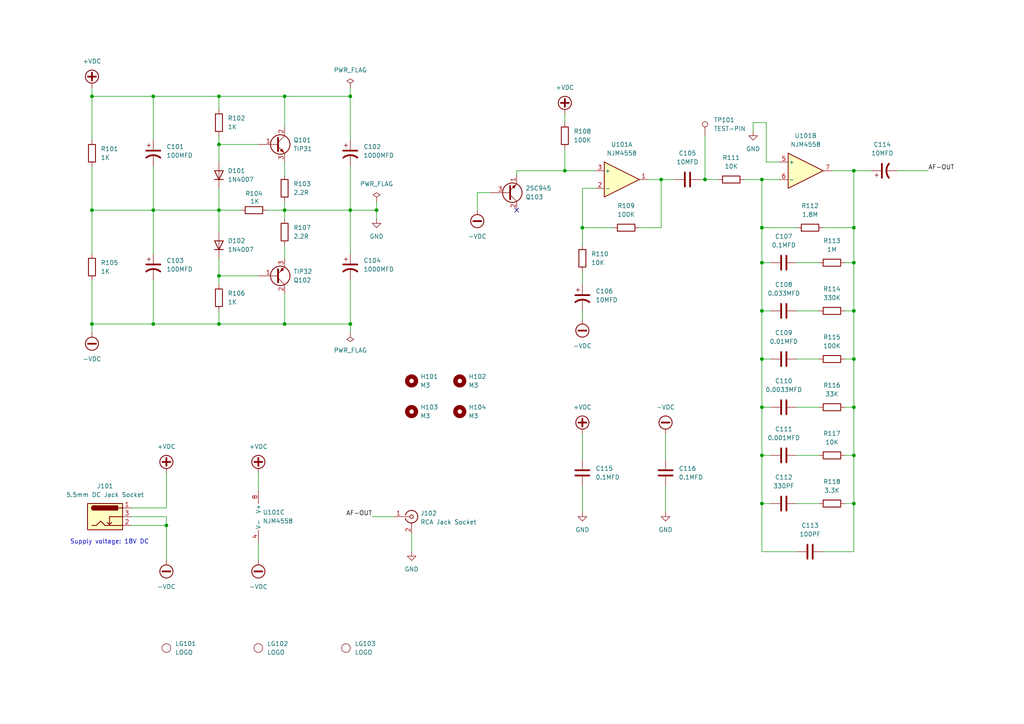
<source format=kicad_sch>
(kicad_sch (version 20231120) (generator "eeschema") (generator_version "8.0")
  (paper "A4")
  (title_block (title "Pink Noise Generator") (date "2024-12-28") (rev "1.0.0") (company "Simtelic") (comment 1 "https://simtelic.com/product/pink-noise-generator") (comment 2 "https://github.com/simtelic/lab0002-pink-noise-generator") (comment 3 "Designed for Simtelic by Simtelic Lab"))
  (lib_symbols
    (symbol "Amplifier_Operational:NJM4558" (pin_names (offset 0.127))
      (property "Reference" "U" (at 0 5.08 0))
      (property "Value" "NJM4558" (at 0 -5.08 0))
      (symbol "NJM4558_1_1"
        (polyline (pts (xy -5.08 5.08) (xy 5.08 0) (xy -5.08 -5.08) (xy -5.08 5.08)) (stroke (width 0.254)) (fill (type background)))
        (pin output line (at 7.62 0 180) (length 2.54) (name "~") (number "1"))
        (pin input line (at -7.62 -2.54 0) (length 2.54) (name "-") (number "2"))
        (pin input line (at -7.62 2.54 0) (length 2.54) (name "+") (number "3"))
      )
      (symbol "NJM4558_2_1"
        (polyline (pts (xy -5.08 5.08) (xy 5.08 0) (xy -5.08 -5.08) (xy -5.08 5.08)) (stroke (width 0.254)) (fill (type background)))
        (pin input line (at -7.62 2.54 0) (length 2.54) (name "+") (number "5"))
        (pin input line (at -7.62 -2.54 0) (length 2.54) (name "-") (number "6"))
        (pin output line (at 7.62 0 180) (length 2.54) (name "~") (number "7"))
      )
      (symbol "NJM4558_3_1"
        (pin power_in line (at -2.54 -7.62 90) (length 3.81) (name "V-") (number "4"))
        (pin power_in line (at -2.54 7.62 270) (length 3.81) (name "V+") (number "8"))
      )
    )
    (symbol "Connector:Barrel_Jack_Switch" (pin_names hide)
      (property "Reference" "J" (at 0 5.334 0))
      (property "Value" "Barrel_Jack_Switch" (at 0 -5.08 0))
      (symbol "Barrel_Jack_Switch_0_1"
        (rectangle (start -5.08 3.81) (end 5.08 -3.81) (stroke (width 0.254)) (fill (type background)))
        (arc (start -3.302 3.175) (mid -3.9343 2.54) (end -3.302 1.905) (stroke (width 0.254)))
        (arc (start -3.302 3.175) (mid -3.9343 2.54) (end -3.302 1.905) (stroke (width 0.254)) (fill (type outline)))
        (polyline (pts (xy 1.27 -2.286) (xy 1.905 -1.651)) (stroke (width 0.254)))
        (polyline (pts (xy 5.08 2.54) (xy 3.81 2.54)) (stroke (width 0.254)))
        (polyline (pts (xy 5.08 0) (xy 1.27 0) (xy 1.27 -2.286) (xy 0.635 -1.651)) (stroke (width 0.254)))
        (polyline (pts (xy -3.81 -2.54) (xy -2.54 -2.54) (xy -1.27 -1.27) (xy 0 -2.54) (xy 2.54 -2.54) (xy 5.08 -2.54)) (stroke (width 0.254)))
        (rectangle (start 3.683 3.175) (end -3.302 1.905) (stroke (width 0.254)) (fill (type outline)))
      )
      (symbol "Barrel_Jack_Switch_1_1"
        (pin passive line (at 7.62 2.54 180) (length 2.54) (name "~") (number "1"))
        (pin passive line (at 7.62 -2.54 180) (length 2.54) (name "~") (number "2"))
        (pin passive line (at 7.62 0 180) (length 2.54) (name "~") (number "3"))
      )
    )
    (symbol "Connector:Conn_Coaxial" (pin_names (offset 1.016) hide)
      (property "Reference" "J" (at 0.254 3.048 0))
      (property "Value" "Conn_Coaxial" (at 2.921 0 90))
      (symbol "Conn_Coaxial_0_1"
        (arc (start -1.778 -0.508) (mid 0.2311 -1.8066) (end 1.778 0) (stroke (width 0.254)))
        (polyline (pts (xy -2.54 0) (xy -0.508 0)))
        (polyline (pts (xy 0 -2.54) (xy 0 -1.778)))
        (circle (center 0 0) (radius 0.508) (stroke (width 0.2032)))
        (arc (start 1.778 0) (mid 0.2099 1.8101) (end -1.778 0.508) (stroke (width 0.254)))
      )
      (symbol "Conn_Coaxial_1_1"
        (pin passive line (at -5.08 0 0) (length 2.54) (name "In") (number "1"))
        (pin passive line (at 0 -5.08 90) (length 2.54) (name "Ext") (number "2"))
      )
    )
    (symbol "Connector:TestPoint" (pin_numbers hide) (pin_names (offset 0.762) hide)
      (property "Reference" "TP" (at 0 6.858 0))
      (property "Value" "TestPoint" (at 0 5.08 0))
      (symbol "TestPoint_0_1"
        (circle (center 0 3.302) (radius 0.762))
      )
      (symbol "TestPoint_1_1"
        (pin passive line (at 0 0 90) (length 2.54) (name "1") (number "1"))
      )
    )
    (symbol "Device:C" (pin_numbers hide) (pin_names (offset 0.254))
      (property "Reference" "C" (at 0.635 2.54 0))
      (property "Value" "C" (at 0.635 -2.54 0))
      (symbol "C_0_1"
        (polyline (pts (xy -2.032 -0.762) (xy 2.032 -0.762)) (stroke (width 0.508)))
        (polyline (pts (xy -2.032 0.762) (xy 2.032 0.762)) (stroke (width 0.508)))
      )
      (symbol "C_1_1"
        (pin passive line (at 0 3.81 270) (length 2.794) (name "~") (number "1"))
        (pin passive line (at 0 -3.81 90) (length 2.794) (name "~") (number "2"))
      )
    )
    (symbol "Device:C_Polarized_US" (pin_numbers hide) (pin_names (offset 0.254) hide)
      (property "Reference" "C" (at 0.635 2.54 0))
      (property "Value" "C_Polarized_US" (at 0.635 -2.54 0))
      (symbol "C_Polarized_US_0_1"
        (polyline (pts (xy -2.032 0.762) (xy 2.032 0.762)) (stroke (width 0.508)))
        (polyline (pts (xy -1.778 2.286) (xy -0.762 2.286)))
        (polyline (pts (xy -1.27 1.778) (xy -1.27 2.794)))
        (arc (start 2.032 -1.27) (mid 0 -0.5572) (end -2.032 -1.27) (stroke (width 0.508)))
      )
      (symbol "C_Polarized_US_1_1"
        (pin passive line (at 0 3.81 270) (length 2.794) (name "~") (number "1"))
        (pin passive line (at 0 -3.81 90) (length 3.302) (name "~") (number "2"))
      )
    )
    (symbol "Device:D" (pin_numbers hide) (pin_names (offset 1.016) hide)
      (property "Reference" "D" (at 0 2.54 0))
      (property "Value" "D" (at 0 -2.54 0))
      (symbol "D_0_1"
        (polyline (pts (xy -1.27 1.27) (xy -1.27 -1.27)) (stroke (width 0.254)))
        (polyline (pts (xy 1.27 0) (xy -1.27 0)))
        (polyline (pts (xy 1.27 1.27) (xy 1.27 -1.27) (xy -1.27 0) (xy 1.27 1.27)) (stroke (width 0.254)))
      )
      (symbol "D_1_1"
        (pin passive line (at -3.81 0 0) (length 2.54) (name "K") (number "1"))
        (pin passive line (at 3.81 0 180) (length 2.54) (name "A") (number "2"))
      )
    )
    (symbol "Device:Q_NPN_BCE" (pin_names (offset 0) hide)
      (property "Reference" "Q" (at 5.08 1.27 0))
      (property "Value" "Q_NPN_BCE" (at 5.08 -1.27 0))
      (symbol "Q_NPN_BCE_0_1"
        (polyline (pts (xy 0.635 0.635) (xy 2.54 2.54)))
        (polyline (pts (xy 0.635 -0.635) (xy 2.54 -2.54) (xy 2.54 -2.54)))
        (polyline (pts (xy 0.635 1.905) (xy 0.635 -1.905) (xy 0.635 -1.905)) (stroke (width 0.508)))
        (polyline (pts (xy 1.27 -1.778) (xy 1.778 -1.27) (xy 2.286 -2.286) (xy 1.27 -1.778) (xy 1.27 -1.778)) (fill (type outline)))
        (circle (center 1.27 0) (radius 2.8194) (stroke (width 0.254)))
      )
      (symbol "Q_NPN_BCE_1_1"
        (pin input line (at -5.08 0 0) (length 5.715) (name "B") (number "1"))
        (pin passive line (at 2.54 5.08 270) (length 2.54) (name "C") (number "2"))
        (pin passive line (at 2.54 -5.08 90) (length 2.54) (name "E") (number "3"))
      )
    )
    (symbol "Device:Q_NPN_ECB" (pin_names (offset 0) hide)
      (property "Reference" "Q" (at 5.08 1.27 0))
      (property "Value" "Q_NPN_ECB" (at 5.08 -1.27 0))
      (symbol "Q_NPN_ECB_0_1"
        (polyline (pts (xy 0.635 0.635) (xy 2.54 2.54)))
        (polyline (pts (xy 0.635 -0.635) (xy 2.54 -2.54) (xy 2.54 -2.54)))
        (polyline (pts (xy 0.635 1.905) (xy 0.635 -1.905) (xy 0.635 -1.905)) (stroke (width 0.508)))
        (polyline (pts (xy 1.27 -1.778) (xy 1.778 -1.27) (xy 2.286 -2.286) (xy 1.27 -1.778) (xy 1.27 -1.778)) (fill (type outline)))
        (circle (center 1.27 0) (radius 2.8194) (stroke (width 0.254)))
      )
      (symbol "Q_NPN_ECB_1_1"
        (pin passive line (at 2.54 -5.08 90) (length 2.54) (name "E") (number "1"))
        (pin passive line (at 2.54 5.08 270) (length 2.54) (name "C") (number "2"))
        (pin passive line (at -5.08 0 0) (length 5.715) (name "B") (number "3"))
      )
    )
    (symbol "Device:Q_PNP_BCE" (pin_names (offset 0) hide)
      (property "Reference" "Q" (at 5.08 1.27 0))
      (property "Value" "Q_PNP_BCE" (at 5.08 -1.27 0))
      (symbol "Q_PNP_BCE_0_1"
        (polyline (pts (xy 0.635 0.635) (xy 2.54 2.54)))
        (polyline (pts (xy 0.635 -0.635) (xy 2.54 -2.54) (xy 2.54 -2.54)))
        (polyline (pts (xy 0.635 1.905) (xy 0.635 -1.905) (xy 0.635 -1.905)) (stroke (width 0.508)))
        (polyline (pts (xy 2.286 -1.778) (xy 1.778 -2.286) (xy 1.27 -1.27) (xy 2.286 -1.778) (xy 2.286 -1.778)) (fill (type outline)))
        (circle (center 1.27 0) (radius 2.8194) (stroke (width 0.254)))
      )
      (symbol "Q_PNP_BCE_1_1"
        (pin input line (at -5.08 0 0) (length 5.715) (name "B") (number "1"))
        (pin passive line (at 2.54 5.08 270) (length 2.54) (name "C") (number "2"))
        (pin passive line (at 2.54 -5.08 90) (length 2.54) (name "E") (number "3"))
      )
    )
    (symbol "Device:R" (pin_numbers hide) (pin_names (offset 0))
      (property "Reference" "R" (at 2.032 0 90))
      (property "Value" "R" (at 0 0 90))
      (symbol "R_0_1"
        (rectangle (start -1.016 -2.54) (end 1.016 2.54) (stroke (width 0.254)))
      )
      (symbol "R_1_1"
        (pin passive line (at 0 3.81 270) (length 1.27) (name "~") (number "1"))
        (pin passive line (at 0 -3.81 90) (length 1.27) (name "~") (number "2"))
      )
    )
    (symbol "Mechanical:MountingHole" (pin_names (offset 1.016)) (exclude_from_sim yes) (in_bom no)
      (property "Reference" "H" (at 0 5.08 0))
      (property "Value" "MountingHole" (at 0 3.175 0))
      (symbol "MountingHole_0_1"
        (circle (center 0 0) (radius 1.27) (stroke (width 1.27)))
      )
    )
    (symbol "Simtelic:LOGO" (pin_numbers hide) (pin_names (offset 0) hide)
      (property "Reference" "LG" (at 0 -3.175 0))
      (property "Value" "LOGO" (at 0 3.175 0))
      (symbol "LOGO_0_1"
        (circle (center 0 0) (radius 1.27))
      )
    )
    (symbol "power:+VDC" (power) (pin_numbers hide) (pin_names (offset 0) hide)
      (property "Value" "+VDC" (at 0 6.35 0))
      (symbol "+VDC_0_1"
        (polyline (pts (xy -1.143 3.175) (xy 1.143 3.175)) (stroke (width 0.508)))
        (polyline (pts (xy 0 0) (xy 0 1.27)))
        (polyline (pts (xy 0 2.032) (xy 0 4.318)) (stroke (width 0.508)))
        (circle (center 0 3.175) (radius 1.905) (stroke (width 0.254)))
      )
      (symbol "+VDC_1_1"
        (pin power_in line (at 0 0 90) (length 0) (name "~") (number "1"))
      )
    )
    (symbol "power:-VDC" (power) (pin_numbers hide) (pin_names (offset 0) hide)
      (property "Value" "-VDC" (at 0 6.35 0))
      (symbol "-VDC_0_1"
        (polyline (pts (xy -1.143 3.175) (xy 1.143 3.175)) (stroke (width 0.508)))
        (polyline (pts (xy 0 0) (xy 0 1.27)))
        (circle (center 0 3.175) (radius 1.905) (stroke (width 0.254)))
      )
      (symbol "-VDC_1_1"
        (pin power_in line (at 0 0 90) (length 0) (name "~") (number "1"))
      )
    )
    (symbol "power:GND" (power) (pin_numbers hide) (pin_names (offset 0) hide)
      (property "Value" "GND" (at 0 -3.81 0))
      (symbol "GND_0_1"
        (polyline (pts (xy 0 0) (xy 0 -1.27) (xy 1.27 -1.27) (xy 0 -2.54) (xy -1.27 -1.27) (xy 0 -1.27)))
      )
      (symbol "GND_1_1"
        (pin power_in line (at 0 0 270) (length 0) (name "~") (number "1"))
      )
    )
    (symbol "power:PWR_FLAG" (power) (pin_numbers hide) (pin_names (offset 0) hide)
      (property "Value" "PWR_FLAG" (at 0 3.81 0))
      (symbol "PWR_FLAG_0_0"
        (pin power_out line (at 0 0 90) (length 0) (name "~") (number "1"))
      )
      (symbol "PWR_FLAG_0_1"
        (polyline (pts (xy 0 0) (xy 0 1.27) (xy -1.016 1.905) (xy 0 2.54) (xy 1.016 1.905) (xy 0 1.27)))
      )
    )
  )
  (junction (at 220.98 52.07))
  (junction (at 204.47 52.07))
  (junction (at 44.45 27.94))
  (junction (at 82.55 27.94))
  (junction (at 220.98 104.14))
  (junction (at 220.98 132.08))
  (junction (at 247.65 49.53))
  (junction (at 247.65 90.17))
  (junction (at 247.65 118.11))
  (junction (at 109.22 60.96))
  (junction (at 26.67 27.94))
  (junction (at 220.98 90.17))
  (junction (at 220.98 118.11))
  (junction (at 63.5 60.96))
  (junction (at 247.65 76.2))
  (junction (at 220.98 146.05))
  (junction (at 26.67 93.98))
  (junction (at 191.77 52.07))
  (junction (at 220.98 66.04))
  (junction (at 63.5 93.98))
  (junction (at 82.55 60.96))
  (junction (at 101.6 93.98))
  (junction (at 247.65 146.05))
  (junction (at 82.55 93.98))
  (junction (at 63.5 27.94))
  (junction (at 247.65 132.08))
  (junction (at 168.91 66.04))
  (junction (at 44.45 60.96))
  (junction (at 247.65 66.04))
  (junction (at 63.5 80.01))
  (junction (at 26.67 60.96))
  (junction (at 101.6 27.94))
  (junction (at 247.65 104.14))
  (junction (at 48.26 152.4))
  (junction (at 220.98 76.2))
  (junction (at 163.83 49.53))
  (junction (at 63.5 41.91))
  (junction (at 101.6 60.96))
  (junction (at 44.45 93.98))
  (no_connect (at 149.86 60.96))
  (wire (pts (xy 63.5 60.96) (xy 44.45 60.96)))
  (wire (pts (xy 163.83 33.02) (xy 163.83 35.56)))
  (wire (pts (xy 226.06 46.99) (xy 222.25 46.99)))
  (wire (pts (xy 107.95 149.86) (xy 114.3 149.86)))
  (wire (pts (xy 63.5 41.91) (xy 63.5 46.99)))
  (wire (pts (xy 119.38 154.94) (xy 119.38 160.02)))
  (wire (pts (xy 63.5 74.93) (xy 63.5 80.01)))
  (wire (pts (xy 247.65 49.53) (xy 241.3 49.53)))
  (wire (pts (xy 172.72 54.61) (xy 168.91 54.61)))
  (wire (pts (xy 101.6 27.94) (xy 101.6 40.64)))
  (wire (pts (xy 231.14 146.05) (xy 237.49 146.05)))
  (wire (pts (xy 222.25 35.56) (xy 218.44 35.56)))
  (wire (pts (xy 223.52 146.05) (xy 220.98 146.05)))
  (wire (pts (xy 26.67 48.26) (xy 26.67 60.96)))
  (wire (pts (xy 220.98 104.14) (xy 220.98 118.11)))
  (wire (pts (xy 74.93 157.48) (xy 74.93 162.56)))
  (wire (pts (xy 138.43 55.88) (xy 138.43 60.96)))
  (wire (pts (xy 44.45 93.98) (xy 63.5 93.98)))
  (wire (pts (xy 26.67 25.4) (xy 26.67 27.94)))
  (wire (pts (xy 63.5 93.98) (xy 82.55 93.98)))
  (wire (pts (xy 231.14 118.11) (xy 237.49 118.11)))
  (wire (pts (xy 204.47 52.07) (xy 208.28 52.07)))
  (wire (pts (xy 220.98 76.2) (xy 220.98 66.04)))
  (wire (pts (xy 38.1 147.32) (xy 48.26 147.32)))
  (wire (pts (xy 101.6 81.28) (xy 101.6 93.98)))
  (wire (pts (xy 26.67 60.96) (xy 26.67 73.66)))
  (wire (pts (xy 63.5 60.96) (xy 69.85 60.96)))
  (wire (pts (xy 26.67 27.94) (xy 44.45 27.94)))
  (wire (pts (xy 223.52 118.11) (xy 220.98 118.11)))
  (wire (pts (xy 26.67 93.98) (xy 26.67 96.52)))
  (wire (pts (xy 63.5 54.61) (xy 63.5 60.96)))
  (wire (pts (xy 163.83 49.53) (xy 163.83 43.18)))
  (wire (pts (xy 63.5 90.17) (xy 63.5 93.98)))
  (wire (pts (xy 191.77 52.07) (xy 187.96 52.07)))
  (wire (pts (xy 63.5 41.91) (xy 74.93 41.91)))
  (wire (pts (xy 247.65 76.2) (xy 247.65 66.04)))
  (wire (pts (xy 245.11 118.11) (xy 247.65 118.11)))
  (wire (pts (xy 74.93 137.16) (xy 74.93 142.24)))
  (wire (pts (xy 168.91 78.74) (xy 168.91 82.55)))
  (wire (pts (xy 82.55 60.96) (xy 82.55 63.5)))
  (wire (pts (xy 247.65 90.17) (xy 247.65 104.14)))
  (wire (pts (xy 238.76 160.02) (xy 247.65 160.02)))
  (wire (pts (xy 26.67 93.98) (xy 44.45 93.98)))
  (wire (pts (xy 109.22 58.42) (xy 109.22 60.96)))
  (wire (pts (xy 168.91 140.97) (xy 168.91 148.59)))
  (wire (pts (xy 26.67 81.28) (xy 26.67 93.98)))
  (wire (pts (xy 168.91 54.61) (xy 168.91 66.04)))
  (wire (pts (xy 82.55 27.94) (xy 101.6 27.94)))
  (wire (pts (xy 245.11 146.05) (xy 247.65 146.05)))
  (wire (pts (xy 223.52 90.17) (xy 220.98 90.17)))
  (wire (pts (xy 172.72 49.53) (xy 163.83 49.53)))
  (wire (pts (xy 63.5 60.96) (xy 63.5 67.31)))
  (wire (pts (xy 101.6 93.98) (xy 101.6 96.52)))
  (wire (pts (xy 44.45 48.26) (xy 44.45 60.96)))
  (wire (pts (xy 48.26 149.86) (xy 48.26 152.4)))
  (wire (pts (xy 63.5 80.01) (xy 63.5 82.55)))
  (wire (pts (xy 247.65 66.04) (xy 247.65 49.53)))
  (wire (pts (xy 163.83 49.53) (xy 149.86 49.53)))
  (wire (pts (xy 82.55 93.98) (xy 82.55 85.09)))
  (wire (pts (xy 77.47 60.96) (xy 82.55 60.96)))
  (wire (pts (xy 82.55 58.42) (xy 82.55 60.96)))
  (wire (pts (xy 63.5 39.37) (xy 63.5 41.91)))
  (wire (pts (xy 82.55 36.83) (xy 82.55 27.94)))
  (wire (pts (xy 238.76 66.04) (xy 247.65 66.04)))
  (wire (pts (xy 231.14 66.04) (xy 220.98 66.04)))
  (wire (pts (xy 44.45 27.94) (xy 63.5 27.94)))
  (wire (pts (xy 220.98 76.2) (xy 220.98 90.17)))
  (wire (pts (xy 48.26 147.32) (xy 48.26 137.16)))
  (wire (pts (xy 101.6 48.26) (xy 101.6 60.96)))
  (wire (pts (xy 231.14 104.14) (xy 237.49 104.14)))
  (wire (pts (xy 218.44 35.56) (xy 218.44 38.1)))
  (wire (pts (xy 223.52 132.08) (xy 220.98 132.08)))
  (wire (pts (xy 223.52 104.14) (xy 220.98 104.14)))
  (wire (pts (xy 101.6 25.4) (xy 101.6 27.94)))
  (wire (pts (xy 168.91 90.17) (xy 168.91 92.71)))
  (wire (pts (xy 82.55 46.99) (xy 82.55 50.8)))
  (wire (pts (xy 101.6 60.96) (xy 82.55 60.96)))
  (wire (pts (xy 191.77 66.04) (xy 191.77 52.07)))
  (wire (pts (xy 245.11 76.2) (xy 247.65 76.2)))
  (wire (pts (xy 168.91 66.04) (xy 177.8 66.04)))
  (wire (pts (xy 220.98 146.05) (xy 220.98 160.02)))
  (wire (pts (xy 245.11 90.17) (xy 247.65 90.17)))
  (wire (pts (xy 191.77 52.07) (xy 195.58 52.07)))
  (wire (pts (xy 231.14 132.08) (xy 237.49 132.08)))
  (wire (pts (xy 220.98 52.07) (xy 226.06 52.07)))
  (wire (pts (xy 223.52 76.2) (xy 220.98 76.2)))
  (wire (pts (xy 63.5 80.01) (xy 74.93 80.01)))
  (wire (pts (xy 44.45 60.96) (xy 26.67 60.96)))
  (wire (pts (xy 168.91 125.73) (xy 168.91 133.35)))
  (wire (pts (xy 231.14 90.17) (xy 237.49 90.17)))
  (wire (pts (xy 109.22 60.96) (xy 109.22 63.5)))
  (wire (pts (xy 82.55 93.98) (xy 101.6 93.98)))
  (wire (pts (xy 168.91 66.04) (xy 168.91 71.12)))
  (wire (pts (xy 215.9 52.07) (xy 220.98 52.07)))
  (wire (pts (xy 247.65 49.53) (xy 252.73 49.53)))
  (wire (pts (xy 193.04 125.73) (xy 193.04 133.35)))
  (wire (pts (xy 204.47 39.37) (xy 204.47 52.07)))
  (wire (pts (xy 247.65 104.14) (xy 247.65 118.11)))
  (wire (pts (xy 260.35 49.53) (xy 269.24 49.53)))
  (wire (pts (xy 220.98 90.17) (xy 220.98 104.14)))
  (wire (pts (xy 247.65 160.02) (xy 247.65 146.05)))
  (wire (pts (xy 38.1 152.4) (xy 48.26 152.4)))
  (wire (pts (xy 220.98 66.04) (xy 220.98 52.07)))
  (wire (pts (xy 247.65 118.11) (xy 247.65 132.08)))
  (wire (pts (xy 231.14 76.2) (xy 237.49 76.2)))
  (wire (pts (xy 185.42 66.04) (xy 191.77 66.04)))
  (wire (pts (xy 220.98 132.08) (xy 220.98 146.05)))
  (wire (pts (xy 220.98 160.02) (xy 231.14 160.02)))
  (wire (pts (xy 101.6 60.96) (xy 109.22 60.96)))
  (wire (pts (xy 222.25 46.99) (xy 222.25 35.56)))
  (wire (pts (xy 44.45 60.96) (xy 44.45 73.66)))
  (wire (pts (xy 38.1 149.86) (xy 48.26 149.86)))
  (wire (pts (xy 149.86 49.53) (xy 149.86 50.8)))
  (wire (pts (xy 203.2 52.07) (xy 204.47 52.07)))
  (wire (pts (xy 142.24 55.88) (xy 138.43 55.88)))
  (wire (pts (xy 48.26 152.4) (xy 48.26 162.56)))
  (wire (pts (xy 193.04 140.97) (xy 193.04 148.59)))
  (wire (pts (xy 245.11 132.08) (xy 247.65 132.08)))
  (wire (pts (xy 247.65 132.08) (xy 247.65 146.05)))
  (wire (pts (xy 26.67 27.94) (xy 26.67 40.64)))
  (wire (pts (xy 63.5 27.94) (xy 63.5 31.75)))
  (wire (pts (xy 220.98 118.11) (xy 220.98 132.08)))
  (wire (pts (xy 44.45 81.28) (xy 44.45 93.98)))
  (wire (pts (xy 82.55 71.12) (xy 82.55 74.93)))
  (wire (pts (xy 82.55 27.94) (xy 63.5 27.94)))
  (wire (pts (xy 247.65 76.2) (xy 247.65 90.17)))
  (wire (pts (xy 245.11 104.14) (xy 247.65 104.14)))
  (wire (pts (xy 101.6 60.96) (xy 101.6 73.66)))
  (wire (pts (xy 44.45 27.94) (xy 44.45 40.64)))
  (text "Supply voltage: 18V DC" (at 31.75 157.226 0) (effects (font (size 1.27 1.27))))
  (label "AF-OUT" (at 107.95 149.86 180))
  (label "AF-OUT" (at 269.24 49.53 0))
  (symbol (lib_id "Connector:TestPoint") (at 204.47 39.37 0) (unit 1)
    (property "Reference" "TP101" (at 207.01 34.7979 0) (effects (justify left)))
    (property "Value" "TEST-PIN" (at 207.01 37.3379 0) (effects (justify left)))
    (property "Footprint" "TestPoint:TestPoint_THTPad_2.5x2.5mm_Drill1.2mm" (effects (hide yes)))
    (property "Description" "test point" (effects (hide yes)))
  )
  (symbol (lib_id "Mechanical:MountingHole") (at 133.35 119.38 0) (unit 1) (exclude_from_sim yes) (in_bom no)
    (property "Reference" "H104" (at 135.89 118.1099 0) (effects (justify left)))
    (property "Value" "M3" (at 135.89 120.6499 0) (effects (justify left)))
    (property "Footprint" "MountingHole:MountingHole_3.2mm_M3_Pad" (effects (hide yes)))
    (property "Description" "Mounting Hole without connection" (effects (hide yes)))
  )
  (symbol (lib_id "Device:R") (at 241.3 146.05 90) (unit 1)
    (property "Reference" "R118" (at 241.3 139.7 90))
    (property "Value" "3.3K" (at 241.3 142.24 90))
    (property "Footprint" "Resistor_THT:R_Axial_DIN0207_L6.3mm_D2.5mm_P10.16mm_Horizontal" (effects (hide yes)))
    (property "Description" "Resistor" (effects (hide yes)))
  )
  (symbol (lib_id "power:-VDC") (at 48.26 162.56 180) (unit 1)
    (property "Reference" "#PWR0111" (effects (hide yes)))
    (property "Value" "-VDC" (at 48.26 170.18 0))
    (property "Description" "Power symbol creates a global label with name \"-VDC\"" (effects (hide yes)))
  )
  (symbol (lib_id "Device:R") (at 241.3 118.11 90) (unit 1)
    (property "Reference" "R116" (at 241.3 111.76 90))
    (property "Value" "33K" (at 241.3 114.3 90))
    (property "Footprint" "Resistor_THT:R_Axial_DIN0207_L6.3mm_D2.5mm_P10.16mm_Horizontal" (effects (hide yes)))
    (property "Description" "Resistor" (effects (hide yes)))
  )
  (symbol (lib_id "power:-VDC") (at 193.04 125.73 0) (unit 1)
    (property "Reference" "#PWR0115" (effects (hide yes)))
    (property "Value" "-VDC" (at 193.04 118.11 0))
    (property "Description" "Power symbol creates a global label with name \"-VDC\"" (effects (hide yes)))
  )
  (symbol (lib_id "Device:R") (at 168.91 74.93 180) (unit 1)
    (property "Reference" "R110" (at 171.45 73.6599 0) (effects (justify right)))
    (property "Value" "10K" (at 171.45 76.1999 0) (effects (justify right)))
    (property "Footprint" "Resistor_THT:R_Axial_DIN0207_L6.3mm_D2.5mm_P10.16mm_Horizontal" (effects (hide yes)))
    (property "Description" "Resistor" (effects (hide yes)))
  )
  (symbol (lib_id "Connector:Conn_Coaxial") (at 119.38 149.86 0) (unit 1)
    (property "Reference" "J102" (at 121.92 148.8831 0) (effects (justify left)))
    (property "Value" "RCA Jack Socket" (at 121.92 151.4231 0) (effects (justify left)))
    (property "Footprint" "Simtelic:RCA Socket" (effects (hide yes)))
    (property "Datasheet" " ~" (effects (hide yes)))
    (property "Description" "coaxial connector (BNC, SMA, SMB, SMC, Cinch/RCA, LEMO, ...)" (effects (hide yes)))
  )
  (symbol (lib_id "Device:Q_NPN_BCE") (at 80.01 41.91 0) (unit 1)
    (property "Reference" "Q101" (at 85.09 40.6399 0) (effects (justify left)))
    (property "Value" "TIP31" (at 85.09 43.1799 0) (effects (justify left)))
    (property "Footprint" "Package_TO_SOT_THT:TO-220-3_Vertical" (effects (hide yes)))
    (property "Description" "NPN transistor, base/collector/emitter" (effects (hide yes)))
  )
  (symbol (lib_id "Device:R") (at 241.3 104.14 90) (unit 1)
    (property "Reference" "R115" (at 241.3 97.79 90))
    (property "Value" "100K" (at 241.3 100.33 90))
    (property "Footprint" "Resistor_THT:R_Axial_DIN0207_L6.3mm_D2.5mm_P10.16mm_Horizontal" (effects (hide yes)))
    (property "Description" "Resistor" (effects (hide yes)))
  )
  (symbol (lib_id "power:+VDC") (at 163.83 33.02 0) (unit 1)
    (property "Reference" "#PWR0104" (effects (hide yes)))
    (property "Value" "+VDC" (at 163.83 25.4 0))
    (property "Description" "Power symbol creates a global label with name \"+VDC\"" (effects (hide yes)))
  )
  (symbol (lib_id "power:+VDC") (at 26.67 25.4 0) (unit 1)
    (property "Reference" "#PWR0102" (effects (hide yes)))
    (property "Value" "+VDC" (at 26.67 17.78 0))
    (property "Description" "Power symbol creates a global label with name \"+VDC\"" (effects (hide yes)))
  )
  (symbol (lib_id "Mechanical:MountingHole") (at 119.38 110.49 0) (unit 1) (exclude_from_sim yes) (in_bom no)
    (property "Reference" "H101" (at 121.92 109.2199 0) (effects (justify left)))
    (property "Value" "M3" (at 121.92 111.7599 0) (effects (justify left)))
    (property "Footprint" "MountingHole:MountingHole_3.2mm_M3_Pad" (effects (hide yes)))
    (property "Description" "Mounting Hole without connection" (effects (hide yes)))
  )
  (symbol (lib_id "Device:C") (at 227.33 118.11 90) (unit 1)
    (property "Reference" "C110" (at 227.33 110.49 90))
    (property "Value" "0.0033MFD" (at 227.33 113.03 90))
    (property "Footprint" "Capacitor_THT:C_Disc_D5.0mm_W2.5mm_P5.00mm" (effects (hide yes)))
    (property "Description" "Unpolarized capacitor" (effects (hide yes)))
  )
  (symbol (lib_id "power:+VDC") (at 74.93 137.16 0) (unit 1)
    (property "Reference" "#PWR0108" (effects (hide yes)))
    (property "Value" "+VDC" (at 74.93 129.54 0))
    (property "Description" "Power symbol creates a global label with name \"+VDC\"" (effects (hide yes)))
  )
  (symbol (lib_id "Device:C") (at 227.33 104.14 90) (unit 1)
    (property "Reference" "C109" (at 227.33 96.52 90))
    (property "Value" "0.01MFD" (at 227.33 99.06 90))
    (property "Footprint" "Capacitor_THT:C_Disc_D5.0mm_W2.5mm_P5.00mm" (effects (hide yes)))
    (property "Description" "Unpolarized capacitor" (effects (hide yes)))
  )
  (symbol (lib_id "Device:R") (at 26.67 77.47 0) (unit 1)
    (property "Reference" "R105" (at 29.21 76.1999 0) (effects (justify left)))
    (property "Value" "1K" (at 29.21 78.7399 0) (effects (justify left)))
    (property "Footprint" "Resistor_THT:R_Axial_DIN0414_L11.9mm_D4.5mm_P15.24mm_Horizontal" (effects (hide yes)))
    (property "Description" "Resistor" (effects (hide yes)))
  )
  (symbol (lib_id "Simtelic:LOGO") (at 48.26 187.96 0) (unit 1)
    (property "Reference" "LG101" (at 50.8 186.6899 0) (effects (justify left)))
    (property "Value" "LOGO" (at 50.8 189.2299 0) (effects (justify left)))
    (property "Footprint" "Simtelic Logo:simtelic-5" (effects (hide yes)))
  )
  (symbol (lib_id "Device:R") (at 63.5 35.56 0) (unit 1)
    (property "Reference" "R102" (at 66.04 34.2899 0) (effects (justify left)))
    (property "Value" "1K" (at 66.04 36.8299 0) (effects (justify left)))
    (property "Footprint" "Resistor_THT:R_Axial_DIN0414_L11.9mm_D4.5mm_P15.24mm_Horizontal" (effects (hide yes)))
    (property "Description" "Resistor" (effects (hide yes)))
  )
  (symbol (lib_id "Device:C") (at 193.04 137.16 0) (unit 1)
    (property "Reference" "C116" (at 196.85 135.8899 0) (effects (justify left)))
    (property "Value" "0.1MFD" (at 196.85 138.4299 0) (effects (justify left)))
    (property "Footprint" "Capacitor_THT:C_Disc_D10.5mm_W5.0mm_P7.50mm" (effects (hide yes)))
    (property "Description" "Unpolarized capacitor" (effects (hide yes)))
  )
  (symbol (lib_id "power:GND") (at 218.44 38.1 0) (unit 1)
    (property "Reference" "#PWR0107" (effects (hide yes)))
    (property "Value" "GND" (at 218.44 43.18 0))
    (property "Description" "Power symbol creates a global label with name \"GND\" , ground" (effects (hide yes)))
  )
  (symbol (lib_id "Device:R") (at 82.55 67.31 0) (unit 1)
    (property "Reference" "R107" (at 85.09 66.0399 0) (effects (justify left)))
    (property "Value" "2.2R" (at 85.09 68.5799 0) (effects (justify left)))
    (property "Footprint" "Resistor_THT:R_Axial_DIN0414_L11.9mm_D4.5mm_P15.24mm_Horizontal" (effects (hide yes)))
    (property "Description" "Resistor" (effects (hide yes)))
  )
  (symbol (lib_id "Device:C") (at 199.39 52.07 90) (unit 1)
    (property "Reference" "C105" (at 199.39 44.45 90))
    (property "Value" "10MFD" (at 199.39 46.99 90))
    (property "Footprint" "Capacitor_THT:CP_Radial_D5.0mm_P2.50mm" (effects (hide yes)))
    (property "Description" "Unpolarized capacitor" (effects (hide yes)))
  )
  (symbol (lib_id "power:PWR_FLAG") (at 101.6 96.52 180) (unit 1)
    (property "Reference" "#FLG0102" (effects (hide yes)))
    (property "Value" "PWR_FLAG" (at 101.6 101.6 0))
    (property "Description" "Special symbol for telling ERC where power comes from" (effects (hide yes)))
  )
  (symbol (lib_id "power:GND") (at 119.38 160.02 0) (unit 1)
    (property "Reference" "#PWR0112" (effects (hide yes)))
    (property "Value" "GND" (at 119.38 165.1 0))
    (property "Description" "Power symbol creates a global label with name \"GND\" , ground" (effects (hide yes)))
  )
  (symbol (lib_id "Device:D") (at 63.5 50.8 90) (unit 1)
    (property "Reference" "D101" (at 66.04 49.5299 90) (effects (justify right)))
    (property "Value" "1N4007" (at 66.04 52.0699 90) (effects (justify right)))
    (property "Footprint" "Diode_THT:D_DO-41_SOD81_P10.16mm_Horizontal" (effects (hide yes)))
    (property "Description" "Diode" (effects (hide yes)))
    (property "Sim.Device" "D" (effects (hide yes)))
    (property "Sim.Pins" "1=K 2=A" (effects (hide yes)))
  )
  (symbol (lib_id "Device:R") (at 234.95 66.04 90) (unit 1)
    (property "Reference" "R112" (at 234.95 59.69 90))
    (property "Value" "1.8M" (at 234.95 62.23 90))
    (property "Footprint" "Resistor_THT:R_Axial_DIN0207_L6.3mm_D2.5mm_P10.16mm_Horizontal" (effects (hide yes)))
    (property "Description" "Resistor" (effects (hide yes)))
  )
  (symbol (lib_id "power:-VDC") (at 74.93 162.56 180) (unit 1)
    (property "Reference" "#PWR0109" (effects (hide yes)))
    (property "Value" "-VDC" (at 74.93 170.18 0))
    (property "Description" "Power symbol creates a global label with name \"-VDC\"" (effects (hide yes)))
  )
  (symbol (lib_id "Device:R") (at 241.3 132.08 90) (unit 1)
    (property "Reference" "R117" (at 241.3 125.73 90))
    (property "Value" "10K" (at 241.3 128.27 90))
    (property "Footprint" "Resistor_THT:R_Axial_DIN0207_L6.3mm_D2.5mm_P10.16mm_Horizontal" (effects (hide yes)))
    (property "Description" "Resistor" (effects (hide yes)))
  )
  (symbol (lib_id "Device:R") (at 82.55 54.61 0) (unit 1)
    (property "Reference" "R103" (at 85.09 53.3399 0) (effects (justify left)))
    (property "Value" "2.2R" (at 85.09 55.8799 0) (effects (justify left)))
    (property "Footprint" "Resistor_THT:R_Axial_DIN0414_L11.9mm_D4.5mm_P15.24mm_Horizontal" (effects (hide yes)))
    (property "Description" "Resistor" (effects (hide yes)))
  )
  (symbol (lib_id "Device:C_Polarized_US") (at 44.45 44.45 0) (unit 1)
    (property "Reference" "C101" (at 48.26 42.5449 0) (effects (justify left)))
    (property "Value" "100MFD" (at 48.26 45.0849 0) (effects (justify left)))
    (property "Footprint" "Capacitor_THT:CP_Radial_D6.3mm_P2.50mm" (effects (hide yes)))
    (property "Description" "Polarized capacitor, US symbol" (effects (hide yes)))
  )
  (symbol (lib_id "Device:C") (at 227.33 132.08 90) (unit 1)
    (property "Reference" "C111" (at 227.33 124.46 90))
    (property "Value" "0.001MFD" (at 227.33 127 90))
    (property "Footprint" "Capacitor_THT:C_Disc_D5.0mm_W2.5mm_P5.00mm" (effects (hide yes)))
    (property "Description" "Unpolarized capacitor" (effects (hide yes)))
  )
  (symbol (lib_id "Device:R") (at 73.66 60.96 270) (unit 1)
    (property "Reference" "R104" (at 73.66 56.134 90))
    (property "Value" "1K" (at 73.914 58.42 90))
    (property "Footprint" "Resistor_THT:R_Axial_DIN0414_L11.9mm_D4.5mm_P15.24mm_Horizontal" (effects (hide yes)))
    (property "Description" "Resistor" (effects (hide yes)))
  )
  (symbol (lib_id "power:GND") (at 168.91 148.59 0) (unit 1)
    (property "Reference" "#PWR0114" (effects (hide yes)))
    (property "Value" "GND" (at 168.91 153.67 0))
    (property "Description" "Power symbol creates a global label with name \"GND\" , ground" (effects (hide yes)))
  )
  (symbol (lib_id "power:-VDC") (at 138.43 60.96 180) (unit 1)
    (property "Reference" "#PWR0105" (effects (hide yes)))
    (property "Value" "-VDC" (at 138.43 68.58 0))
    (property "Description" "Power symbol creates a global label with name \"-VDC\"" (effects (hide yes)))
  )
  (symbol (lib_id "Device:C_Polarized_US") (at 101.6 44.45 0) (unit 1)
    (property "Reference" "C102" (at 105.41 42.5449 0) (effects (justify left)))
    (property "Value" "1000MFD" (at 105.41 45.0849 0) (effects (justify left)))
    (property "Footprint" "Capacitor_THT:CP_Radial_D12.5mm_P5.00mm" (effects (hide yes)))
    (property "Description" "Polarized capacitor, US symbol" (effects (hide yes)))
  )
  (symbol (lib_id "Device:C") (at 227.33 90.17 90) (unit 1)
    (property "Reference" "C108" (at 227.33 82.55 90))
    (property "Value" "0.033MFD" (at 227.33 85.09 90))
    (property "Footprint" "Capacitor_THT:C_Disc_D7.5mm_W5.0mm_P5.00mm" (effects (hide yes)))
    (property "Description" "Unpolarized capacitor" (effects (hide yes)))
  )
  (symbol (lib_id "Device:R") (at 181.61 66.04 90) (unit 1)
    (property "Reference" "R109" (at 181.61 59.69 90))
    (property "Value" "100K" (at 181.61 62.23 90))
    (property "Footprint" "Resistor_THT:R_Axial_DIN0207_L6.3mm_D2.5mm_P10.16mm_Horizontal" (effects (hide yes)))
    (property "Description" "Resistor" (effects (hide yes)))
  )
  (symbol (lib_id "Device:C") (at 234.95 160.02 90) (unit 1)
    (property "Reference" "C113" (at 234.95 152.4 90))
    (property "Value" "100PF" (at 234.95 154.94 90))
    (property "Footprint" "Capacitor_THT:C_Disc_D4.7mm_W2.5mm_P5.00mm" (effects (hide yes)))
    (property "Description" "Unpolarized capacitor" (effects (hide yes)))
  )
  (symbol (lib_id "Mechanical:MountingHole") (at 133.35 110.49 0) (unit 1) (exclude_from_sim yes) (in_bom no)
    (property "Reference" "H102" (at 135.89 109.2199 0) (effects (justify left)))
    (property "Value" "M3" (at 135.89 111.7599 0) (effects (justify left)))
    (property "Footprint" "MountingHole:MountingHole_3.2mm_M3_Pad" (effects (hide yes)))
    (property "Description" "Mounting Hole without connection" (effects (hide yes)))
  )
  (symbol (lib_id "Device:D") (at 63.5 71.12 90) (unit 1)
    (property "Reference" "D102" (at 66.04 69.8499 90) (effects (justify right)))
    (property "Value" "1N4007" (at 66.04 72.3899 90) (effects (justify right)))
    (property "Footprint" "Diode_THT:D_DO-41_SOD81_P10.16mm_Horizontal" (effects (hide yes)))
    (property "Description" "Diode" (effects (hide yes)))
    (property "Sim.Device" "D" (effects (hide yes)))
    (property "Sim.Pins" "1=K 2=A" (effects (hide yes)))
  )
  (symbol (lib_id "Device:C_Polarized_US") (at 168.91 86.36 0) (unit 1)
    (property "Reference" "C106" (at 172.72 84.4549 0) (effects (justify left)))
    (property "Value" "10MFD" (at 172.72 86.9949 0) (effects (justify left)))
    (property "Footprint" "Capacitor_THT:CP_Radial_D5.0mm_P2.50mm" (effects (hide yes)))
    (property "Description" "Polarized capacitor, US symbol" (effects (hide yes)))
  )
  (symbol (lib_id "Device:C") (at 227.33 146.05 90) (unit 1)
    (property "Reference" "C112" (at 227.33 138.43 90))
    (property "Value" "330PF" (at 227.33 140.97 90))
    (property "Footprint" "Capacitor_THT:C_Disc_D4.7mm_W2.5mm_P5.00mm" (effects (hide yes)))
    (property "Description" "Unpolarized capacitor" (effects (hide yes)))
  )
  (symbol (lib_id "power:GND") (at 193.04 148.59 0) (unit 1)
    (property "Reference" "#PWR0116" (effects (hide yes)))
    (property "Value" "GND" (at 193.04 153.67 0))
    (property "Description" "Power symbol creates a global label with name \"GND\" , ground" (effects (hide yes)))
  )
  (symbol (lib_id "Device:R") (at 212.09 52.07 270) (unit 1)
    (property "Reference" "R111" (at 212.09 45.72 90))
    (property "Value" "10K" (at 212.09 48.26 90))
    (property "Footprint" "Resistor_THT:R_Axial_DIN0207_L6.3mm_D2.5mm_P10.16mm_Horizontal" (effects (hide yes)))
    (property "Description" "Resistor" (effects (hide yes)))
  )
  (symbol (lib_id "Device:R") (at 63.5 86.36 0) (unit 1)
    (property "Reference" "R106" (at 66.04 85.0899 0) (effects (justify left)))
    (property "Value" "1K" (at 66.04 87.6299 0) (effects (justify left)))
    (property "Footprint" "Resistor_THT:R_Axial_DIN0414_L11.9mm_D4.5mm_P15.24mm_Horizontal" (effects (hide yes)))
    (property "Description" "Resistor" (effects (hide yes)))
  )
  (symbol (lib_id "Device:C") (at 227.33 76.2 90) (unit 1)
    (property "Reference" "C107" (at 227.33 68.58 90))
    (property "Value" "0.1MFD" (at 227.33 71.12 90))
    (property "Footprint" "Capacitor_THT:C_Disc_D10.5mm_W5.0mm_P7.50mm" (effects (hide yes)))
    (property "Description" "Unpolarized capacitor" (effects (hide yes)))
  )
  (symbol (lib_id "Amplifier_Operational:NJM4558") (at 77.47 149.86 0) (unit 3)
    (property "Reference" "U101" (at 76.2 148.5899 0) (effects (justify left)))
    (property "Value" "NJM4558" (at 76.2 151.1299 0) (effects (justify left)))
    (property "Footprint" "Package_DIP:DIP-8_W7.62mm_LongPads" (effects (hide yes)))
    (property "Datasheet" "http://www.njr.com/semicon/PDF/NJM4558_NJM4559_E.pdf" (effects (hide yes)))
    (property "Description" "Dual Operational Amplifier, DIP-8/DMP-8/SIP-8/SOP-8/SSOP-8" (effects (hide yes)))
  )
  (symbol (lib_id "Device:C_Polarized_US") (at 44.45 77.47 0) (unit 1)
    (property "Reference" "C103" (at 48.26 75.5649 0) (effects (justify left)))
    (property "Value" "100MFD" (at 48.26 78.1049 0) (effects (justify left)))
    (property "Footprint" "Capacitor_THT:CP_Radial_D6.3mm_P2.50mm" (effects (hide yes)))
    (property "Description" "Polarized capacitor, US symbol" (effects (hide yes)))
  )
  (symbol (lib_id "Simtelic:LOGO") (at 74.93 187.96 0) (unit 1)
    (property "Reference" "LG102" (at 77.47 186.6899 0) (effects (justify left)))
    (property "Value" "LOGO" (at 77.47 189.2299 0) (effects (justify left)))
    (property "Footprint" "Simtelic Logo:simtelic-name-5" (effects (hide yes)))
  )
  (symbol (lib_id "Device:R") (at 241.3 90.17 90) (unit 1)
    (property "Reference" "R114" (at 241.3 83.82 90))
    (property "Value" "330K" (at 241.3 86.36 90))
    (property "Footprint" "Resistor_THT:R_Axial_DIN0207_L6.3mm_D2.5mm_P10.16mm_Horizontal" (effects (hide yes)))
    (property "Description" "Resistor" (effects (hide yes)))
  )
  (symbol (lib_id "Device:Q_NPN_ECB") (at 147.32 55.88 0) (mirror x) (unit 1)
    (property "Reference" "Q103" (at 152.4 57.1501 0) (effects (justify left)))
    (property "Value" "2SC945" (at 152.4 54.6101 0) (effects (justify left)))
    (property "Footprint" "Package_TO_SOT_THT:TO-92L_HandSolder" (effects (hide yes)))
    (property "Description" "NPN transistor, emitter/collector/base" (effects (hide yes)))
  )
  (symbol (lib_id "Device:R") (at 241.3 76.2 90) (unit 1)
    (property "Reference" "R113" (at 241.3 69.85 90))
    (property "Value" "1M" (at 241.3 72.39 90))
    (property "Footprint" "Resistor_THT:R_Axial_DIN0207_L6.3mm_D2.5mm_P10.16mm_Horizontal" (effects (hide yes)))
    (property "Description" "Resistor" (effects (hide yes)))
  )
  (symbol (lib_id "Amplifier_Operational:NJM4558") (at 233.68 49.53 0) (unit 2)
    (property "Reference" "U101" (at 233.68 39.37 0))
    (property "Value" "NJM4558" (at 233.68 41.91 0))
    (property "Footprint" "Package_DIP:DIP-8_W7.62mm_LongPads" (effects (hide yes)))
    (property "Datasheet" "http://www.njr.com/semicon/PDF/NJM4558_NJM4559_E.pdf" (effects (hide yes)))
    (property "Description" "Dual Operational Amplifier, DIP-8/DMP-8/SIP-8/SOP-8/SSOP-8" (effects (hide yes)))
  )
  (symbol (lib_id "power:GND") (at 109.22 63.5 0) (unit 1)
    (property "Reference" "#PWR0101" (effects (hide yes)))
    (property "Value" "GND" (at 109.22 68.58 0))
    (property "Description" "Power symbol creates a global label with name \"GND\" , ground" (effects (hide yes)))
  )
  (symbol (lib_id "Mechanical:MountingHole") (at 119.38 119.38 0) (unit 1) (exclude_from_sim yes) (in_bom no)
    (property "Reference" "H103" (at 121.92 118.1099 0) (effects (justify left)))
    (property "Value" "M3" (at 121.92 120.6499 0) (effects (justify left)))
    (property "Footprint" "MountingHole:MountingHole_3.2mm_M3_Pad" (effects (hide yes)))
    (property "Description" "Mounting Hole without connection" (effects (hide yes)))
  )
  (symbol (lib_id "power:-VDC") (at 26.67 96.52 180) (unit 1)
    (property "Reference" "#PWR0103" (effects (hide yes)))
    (property "Value" "-VDC" (at 26.67 104.14 0))
    (property "Description" "Power symbol creates a global label with name \"-VDC\"" (effects (hide yes)))
  )
  (symbol (lib_id "Simtelic:LOGO") (at 100.33 187.96 0) (unit 1)
    (property "Reference" "LG103" (at 102.87 186.6899 0) (effects (justify left)))
    (property "Value" "LOGO" (at 102.87 189.2299 0) (effects (justify left)))
    (property "Footprint" "Simtelic Logo:simtelic-name-5" (effects (hide yes)))
  )
  (symbol (lib_id "power:PWR_FLAG") (at 101.6 25.4 0) (unit 1)
    (property "Reference" "#FLG0101" (effects (hide yes)))
    (property "Value" "PWR_FLAG" (at 101.6 20.32 0))
    (property "Description" "Special symbol for telling ERC where power comes from" (effects (hide yes)))
  )
  (symbol (lib_id "power:-VDC") (at 168.91 92.71 180) (unit 1)
    (property "Reference" "#PWR0106" (effects (hide yes)))
    (property "Value" "-VDC" (at 168.91 100.33 0))
    (property "Description" "Power symbol creates a global label with name \"-VDC\"" (effects (hide yes)))
  )
  (symbol (lib_id "Device:C_Polarized_US") (at 256.54 49.53 90) (unit 1)
    (property "Reference" "C114" (at 255.905 41.91 90))
    (property "Value" "10MFD" (at 255.905 44.45 90))
    (property "Footprint" "Capacitor_THT:CP_Radial_D5.0mm_P2.50mm" (effects (hide yes)))
    (property "Description" "Polarized capacitor, US symbol" (effects (hide yes)))
  )
  (symbol (lib_id "Connector:Barrel_Jack_Switch") (at 30.48 149.86 0) (unit 1)
    (property "Reference" "J101" (at 30.48 140.97 0))
    (property "Value" "5.5mm DC Jack Socket" (at 30.48 143.51 0))
    (property "Footprint" "Connector_BarrelJack:BarrelJack_Horizontal" (effects (hide yes)))
    (property "Description" "DC Barrel Jack with an internal switch" (effects (hide yes)))
  )
  (symbol (lib_id "power:PWR_FLAG") (at 109.22 58.42 0) (unit 1)
    (property "Reference" "#FLG0103" (effects (hide yes)))
    (property "Value" "PWR_FLAG" (at 109.22 53.34 0))
    (property "Description" "Special symbol for telling ERC where power comes from" (effects (hide yes)))
  )
  (symbol (lib_id "Device:R") (at 163.83 39.37 0) (unit 1)
    (property "Reference" "R108" (at 166.37 38.0999 0) (effects (justify left)))
    (property "Value" "100K" (at 166.37 40.6399 0) (effects (justify left)))
    (property "Footprint" "Resistor_THT:R_Axial_DIN0207_L6.3mm_D2.5mm_P10.16mm_Horizontal" (effects (hide yes)))
    (property "Description" "Resistor" (effects (hide yes)))
  )
  (symbol (lib_id "Device:C_Polarized_US") (at 101.6 77.47 0) (unit 1)
    (property "Reference" "C104" (at 105.41 75.5649 0) (effects (justify left)))
    (property "Value" "1000MFD" (at 105.41 78.1049 0) (effects (justify left)))
    (property "Footprint" "Capacitor_THT:CP_Radial_D12.5mm_P5.00mm" (effects (hide yes)))
    (property "Description" "Polarized capacitor, US symbol" (effects (hide yes)))
  )
  (symbol (lib_id "Amplifier_Operational:NJM4558") (at 180.34 52.07 0) (unit 1)
    (property "Reference" "U101" (at 180.34 41.91 0))
    (property "Value" "NJM4558" (at 180.34 44.45 0))
    (property "Footprint" "Package_DIP:DIP-8_W7.62mm_LongPads" (effects (hide yes)))
    (property "Datasheet" "http://www.njr.com/semicon/PDF/NJM4558_NJM4559_E.pdf" (effects (hide yes)))
    (property "Description" "Dual Operational Amplifier, DIP-8/DMP-8/SIP-8/SOP-8/SSOP-8" (effects (hide yes)))
  )
  (symbol (lib_id "Device:R") (at 26.67 44.45 0) (unit 1)
    (property "Reference" "R101" (at 29.21 43.1799 0) (effects (justify left)))
    (property "Value" "1K" (at 29.21 45.7199 0) (effects (justify left)))
    (property "Footprint" "Resistor_THT:R_Axial_DIN0414_L11.9mm_D4.5mm_P15.24mm_Horizontal" (effects (hide yes)))
    (property "Description" "Resistor" (effects (hide yes)))
  )
  (symbol (lib_id "Device:Q_PNP_BCE") (at 80.01 80.01 0) (mirror x) (unit 1)
    (property "Reference" "Q102" (at 85.09 81.2801 0) (effects (justify left)))
    (property "Value" "TIP32" (at 85.09 78.7401 0) (effects (justify left)))
    (property "Footprint" "Package_TO_SOT_THT:TO-220-3_Vertical" (effects (hide yes)))
    (property "Description" "PNP transistor, base/collector/emitter" (effects (hide yes)))
  )
  (symbol (lib_id "power:+VDC") (at 48.26 137.16 0) (unit 1)
    (property "Reference" "#PWR0110" (effects (hide yes)))
    (property "Value" "+VDC" (at 48.26 129.54 0))
    (property "Description" "Power symbol creates a global label with name \"+VDC\"" (effects (hide yes)))
  )
  (symbol (lib_id "power:+VDC") (at 168.91 125.73 0) (unit 1)
    (property "Reference" "#PWR0113" (effects (hide yes)))
    (property "Value" "+VDC" (at 168.91 118.11 0))
    (property "Description" "Power symbol creates a global label with name \"+VDC\"" (effects (hide yes)))
  )
  (symbol (lib_id "Device:C") (at 168.91 137.16 0) (unit 1)
    (property "Reference" "C115" (at 172.72 135.8899 0) (effects (justify left)))
    (property "Value" "0.1MFD" (at 172.72 138.4299 0) (effects (justify left)))
    (property "Footprint" "Capacitor_THT:C_Disc_D10.5mm_W5.0mm_P7.50mm" (effects (hide yes)))
    (property "Description" "Unpolarized capacitor" (effects (hide yes)))
  )
)
</source>
